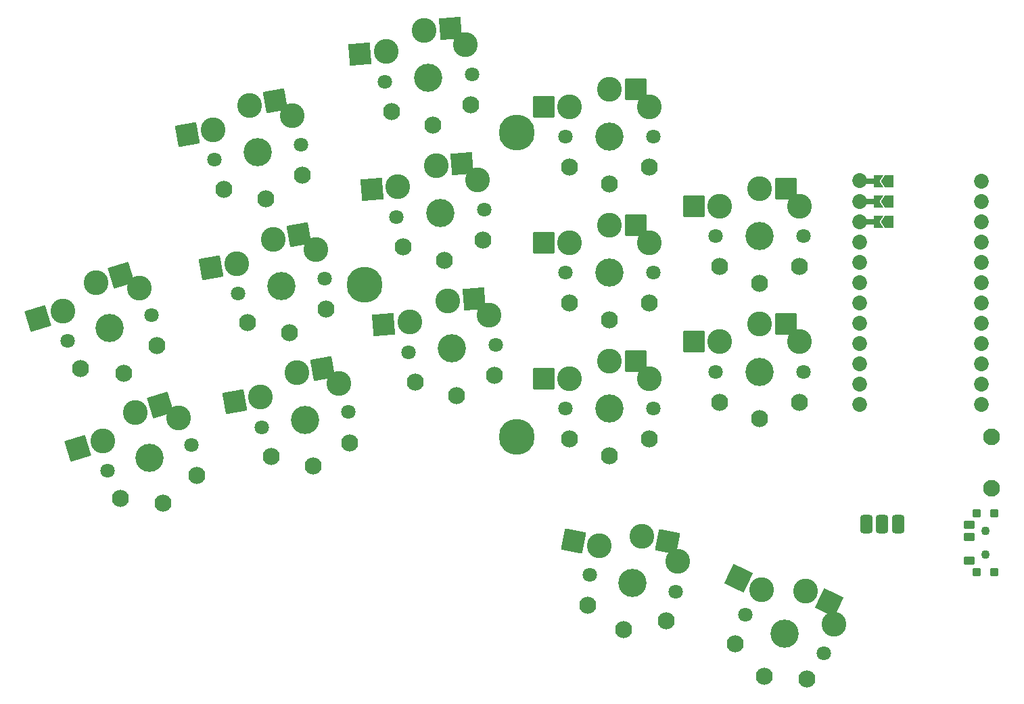
<source format=gts>
%TF.GenerationSoftware,KiCad,Pcbnew,(6.0.4)*%
%TF.CreationDate,2022-05-15T18:09:05+02:00*%
%TF.ProjectId,battoota,62617474-6f6f-4746-912e-6b696361645f,v1.0.0*%
%TF.SameCoordinates,Original*%
%TF.FileFunction,Soldermask,Top*%
%TF.FilePolarity,Negative*%
%FSLAX46Y46*%
G04 Gerber Fmt 4.6, Leading zero omitted, Abs format (unit mm)*
G04 Created by KiCad (PCBNEW (6.0.4)) date 2022-05-15 18:09:05*
%MOMM*%
%LPD*%
G01*
G04 APERTURE LIST*
G04 Aperture macros list*
%AMRoundRect*
0 Rectangle with rounded corners*
0 $1 Rounding radius*
0 $2 $3 $4 $5 $6 $7 $8 $9 X,Y pos of 4 corners*
0 Add a 4 corners polygon primitive as box body*
4,1,4,$2,$3,$4,$5,$6,$7,$8,$9,$2,$3,0*
0 Add four circle primitives for the rounded corners*
1,1,$1+$1,$2,$3*
1,1,$1+$1,$4,$5*
1,1,$1+$1,$6,$7*
1,1,$1+$1,$8,$9*
0 Add four rect primitives between the rounded corners*
20,1,$1+$1,$2,$3,$4,$5,0*
20,1,$1+$1,$4,$5,$6,$7,0*
20,1,$1+$1,$6,$7,$8,$9,0*
20,1,$1+$1,$8,$9,$2,$3,0*%
%AMFreePoly0*
4,1,16,0.535355,0.785355,0.550000,0.750000,0.550000,-0.750000,0.535355,-0.785355,0.500000,-0.800000,-0.650000,-0.800000,-0.685355,-0.785355,-0.700000,-0.750000,-0.691603,-0.722265,-0.210093,0.000000,-0.691603,0.722265,-0.699029,0.759806,-0.677735,0.791603,-0.650000,0.800000,0.500000,0.800000,0.535355,0.785355,0.535355,0.785355,$1*%
%AMFreePoly1*
4,1,16,0.535355,0.785355,0.541603,0.777735,1.041603,0.027735,1.049029,-0.009806,1.041603,-0.027735,0.541603,-0.777735,0.509806,-0.799029,0.500000,-0.800000,-0.500000,-0.800000,-0.535355,-0.785355,-0.550000,-0.750000,-0.550000,0.750000,-0.535355,0.785355,-0.500000,0.800000,0.500000,0.800000,0.535355,0.785355,0.535355,0.785355,$1*%
G04 Aperture macros list end*
%ADD10RoundRect,0.050000X-0.450000X0.450000X-0.450000X-0.450000X0.450000X-0.450000X0.450000X0.450000X0*%
%ADD11RoundRect,0.050000X-0.625000X0.450000X-0.625000X-0.450000X0.625000X-0.450000X0.625000X0.450000X0*%
%ADD12RoundRect,0.425000X-0.375000X-0.750000X0.375000X-0.750000X0.375000X0.750000X-0.375000X0.750000X0*%
%ADD13C,2.100000*%
%ADD14C,3.100000*%
%ADD15C,1.801800*%
%ADD16C,3.529000*%
%ADD17RoundRect,0.050000X-1.054507X-1.505993X1.505993X-1.054507X1.054507X1.505993X-1.505993X1.054507X0*%
%ADD18C,2.132000*%
%ADD19RoundRect,0.050000X-1.181751X-1.408356X1.408356X-1.181751X1.181751X1.408356X-1.408356X1.181751X0*%
%ADD20RoundRect,0.050000X-1.300000X-1.300000X1.300000X-1.300000X1.300000X1.300000X-1.300000X1.300000X0*%
%ADD21RoundRect,0.050000X-1.738315X-0.598550X0.598550X-1.738315X1.738315X0.598550X-0.598550X1.738315X0*%
%ADD22C,1.100000*%
%ADD23RoundRect,0.050000X-0.863113X-1.623279X1.623279X-0.863113X0.863113X1.623279X-1.623279X0.863113X0*%
%ADD24RoundRect,0.050000X-1.524167X-1.028064X1.028064X-1.524167X1.524167X1.028064X-1.028064X1.524167X0*%
%ADD25C,1.852600*%
%ADD26FreePoly0,180.000000*%
%ADD27RoundRect,0.050000X-0.762000X0.250000X-0.762000X-0.250000X0.762000X-0.250000X0.762000X0.250000X0*%
%ADD28FreePoly1,180.000000*%
%ADD29C,4.500000*%
G04 APERTURE END LIST*
D10*
%TO.C,T1*%
X161400140Y52144619D03*
X163600140Y59544619D03*
X163600140Y52144619D03*
X161400140Y59544619D03*
D11*
X160425140Y53594619D03*
X160425140Y56594619D03*
X160425140Y58094619D03*
%TD*%
D12*
%TO.C,PAD1*%
X151545396Y58163682D03*
X149545396Y58163682D03*
X147545396Y58163682D03*
%TD*%
D13*
%TO.C,B1*%
X163203191Y69152519D03*
X163203191Y62652519D03*
%TD*%
D14*
%TO.C,S11*%
X75659968Y109306337D03*
X70353903Y110604673D03*
X70353903Y110604673D03*
D15*
X65970667Y103790002D03*
D14*
X65811891Y107569855D03*
D16*
X71387110Y104745067D03*
D15*
X76803553Y105700132D03*
D17*
X73579149Y111173371D03*
X62586645Y107001157D03*
%TD*%
D15*
%TO.C,S34*%
X142268577Y42037127D03*
D16*
X137325210Y44448168D03*
D15*
X132381843Y46859209D03*
D18*
X131165429Y43224606D03*
X140153370Y38840895D03*
X134738820Y39145283D03*
X134738820Y39145283D03*
%TD*%
D16*
%TO.C,S15*%
X94221643Y97114167D03*
D15*
X99700714Y97593524D03*
D14*
X98875782Y101285676D03*
X93703066Y103041525D03*
X93703066Y103041525D03*
X88913835Y100414118D03*
D15*
X88742572Y96634810D03*
D19*
X96965604Y103326961D03*
X85651298Y100128683D03*
%TD*%
D14*
%TO.C,S21*%
X115411087Y95636017D03*
D15*
X109911087Y89686017D03*
D14*
X115411087Y95636017D03*
X120411087Y93436017D03*
D15*
X120911087Y89686017D03*
D14*
X110411087Y93436017D03*
D16*
X115411087Y89686017D03*
D20*
X118686087Y95636017D03*
X107136087Y93436017D03*
%TD*%
D15*
%TO.C,S8*%
X71874705Y70306538D03*
X82707591Y72216668D03*
D16*
X77291148Y71261603D03*
D18*
X73026972Y66651093D03*
X82875050Y68387574D03*
X78315672Y65451237D03*
X78315672Y65451237D03*
%TD*%
D16*
%TO.C,S14*%
X95703291Y80178857D03*
D15*
X101182362Y80658214D03*
X90224220Y79699500D03*
D18*
X91053509Y75957538D03*
X101015456Y76829096D03*
X96217510Y74301308D03*
X96217510Y74301308D03*
%TD*%
D16*
%TO.C,S20*%
X115411087Y72686017D03*
D15*
X109911087Y72686017D03*
X120911087Y72686017D03*
D18*
X120411087Y68886017D03*
X110411087Y68886017D03*
X115411087Y66786017D03*
X115411087Y66786017D03*
%TD*%
D15*
%TO.C,S28*%
X128718280Y77278852D03*
X139718280Y77278852D03*
D16*
X134218280Y77278852D03*
D18*
X129218280Y73478852D03*
X139218280Y73478852D03*
X134218280Y71378852D03*
X134218280Y71378852D03*
%TD*%
D14*
%TO.C,S29*%
X134218280Y100228852D03*
X134218280Y100228852D03*
D15*
X139718280Y94278852D03*
D16*
X134218280Y94278852D03*
D14*
X139218280Y98028852D03*
X129218280Y98028852D03*
D15*
X128718280Y94278852D03*
D20*
X137493280Y100228852D03*
X125943280Y98028852D03*
%TD*%
D16*
%TO.C,S33*%
X137325210Y44448168D03*
D14*
X139933518Y49795993D03*
X134475132Y50010501D03*
D15*
X132381843Y46859209D03*
D14*
X139933518Y49795993D03*
X143463072Y45626790D03*
D15*
X142268577Y42037127D03*
D21*
X142877069Y48360327D03*
X131531581Y51446167D03*
%TD*%
D14*
%TO.C,S7*%
X71715929Y74086391D03*
X81564006Y75822873D03*
X76257941Y77121209D03*
D15*
X71874705Y70306538D03*
D14*
X76257941Y77121209D03*
D15*
X82707591Y72216668D03*
D16*
X77291148Y71261603D03*
D17*
X79483187Y77689907D03*
X68490683Y73517693D03*
%TD*%
D22*
%TO.C,T2*%
X162500140Y57344619D03*
X162500140Y54344619D03*
%TD*%
D16*
%TO.C,S5*%
X52842259Y82729963D03*
D15*
X58101935Y84338007D03*
D14*
X51102647Y88419976D03*
X51102647Y88419976D03*
D15*
X47582583Y81121919D03*
D14*
X46964341Y84854247D03*
X56527389Y87777964D03*
D23*
X54234545Y89377494D03*
X43832443Y83896730D03*
%TD*%
D14*
%TO.C,S27*%
X129218280Y81028852D03*
D15*
X139718280Y77278852D03*
D16*
X134218280Y77278852D03*
D14*
X139218280Y81028852D03*
X134218280Y83228852D03*
X134218280Y83228852D03*
D15*
X128718280Y77278852D03*
D20*
X137493280Y83228852D03*
X125943280Y81028852D03*
%TD*%
D14*
%TO.C,S9*%
X68763910Y90828123D03*
D16*
X74339129Y88003335D03*
D14*
X73305922Y93862941D03*
X78611987Y92564605D03*
D15*
X68922686Y87048270D03*
D14*
X73305922Y93862941D03*
D15*
X79755572Y88958400D03*
D17*
X76531168Y94431639D03*
X65538664Y90259425D03*
%TD*%
D15*
%TO.C,S16*%
X99700714Y97593524D03*
D16*
X94221643Y97114167D03*
D15*
X88742572Y96634810D03*
D18*
X99533808Y93764406D03*
X89571861Y92892848D03*
X94735862Y91236618D03*
X94735862Y91236618D03*
%TD*%
D15*
%TO.C,S30*%
X139718280Y94278852D03*
X128718280Y94278852D03*
D16*
X134218280Y94278852D03*
D18*
X139218280Y90478852D03*
X129218280Y90478852D03*
X134218280Y88378852D03*
X134218280Y88378852D03*
%TD*%
D15*
%TO.C,S13*%
X90224220Y79699500D03*
X101182362Y80658214D03*
D16*
X95703291Y80178857D03*
D14*
X95184714Y86106215D03*
X100357430Y84350366D03*
X95184714Y86106215D03*
X90395483Y83478808D03*
D19*
X98447252Y86391651D03*
X87132946Y83193373D03*
%TD*%
D15*
%TO.C,S24*%
X109911087Y106686017D03*
X120911087Y106686017D03*
D16*
X115411087Y106686017D03*
D18*
X110411087Y102886017D03*
X120411087Y102886017D03*
X115411087Y100786017D03*
X115411087Y100786017D03*
%TD*%
D15*
%TO.C,S17*%
X87260925Y113570120D03*
D16*
X92739996Y114049477D03*
D15*
X98219067Y114528834D03*
D14*
X87432188Y117349428D03*
X97394135Y118220986D03*
X92221419Y119976835D03*
X92221419Y119976835D03*
D19*
X95483957Y120262271D03*
X84169651Y117063993D03*
%TD*%
D15*
%TO.C,S4*%
X52552902Y64864738D03*
X63072254Y68080826D03*
D16*
X57812578Y66472782D03*
D18*
X54142067Y61376965D03*
X63705114Y64300682D03*
X59537571Y60830584D03*
X59537571Y60830584D03*
%TD*%
D15*
%TO.C,S10*%
X79755572Y88958400D03*
X68922686Y87048270D03*
D16*
X74339129Y88003335D03*
D18*
X70074953Y83392825D03*
X79923031Y85129306D03*
X75363653Y82192969D03*
X75363653Y82192969D03*
%TD*%
D15*
%TO.C,S22*%
X109911087Y89686017D03*
X120911087Y89686017D03*
D16*
X115411087Y89686017D03*
D18*
X110411087Y85886017D03*
X120411087Y85886017D03*
X115411087Y83786017D03*
X115411087Y83786017D03*
%TD*%
D16*
%TO.C,S31*%
X118297141Y50814871D03*
D15*
X112898191Y51864320D03*
D14*
X119432455Y56655553D03*
X123920811Y53541928D03*
X119432455Y56655553D03*
X114104539Y55450018D03*
D15*
X123696091Y49765422D03*
D24*
X122647284Y56030653D03*
X110889710Y56074917D03*
%TD*%
D25*
%TO.C,MCU1*%
X161977213Y98602542D03*
D26*
X148993690Y98602542D03*
X148993690Y101142542D03*
D27*
X148068690Y96062542D03*
D25*
X161977213Y96062542D03*
X146737213Y96062542D03*
D27*
X148068690Y101142542D03*
D26*
X148993690Y96062542D03*
D27*
X148068690Y98602542D03*
D25*
X146737213Y101226288D03*
X161977213Y101142542D03*
X146737213Y98602542D03*
D28*
X150443690Y101142542D03*
X150443690Y98602542D03*
X150443690Y96062542D03*
D25*
X146737213Y93522542D03*
X146737213Y90982542D03*
X146737213Y88442542D03*
X146737213Y85902542D03*
X146737213Y83362542D03*
X146737213Y80822542D03*
X146737213Y78282542D03*
X146737213Y75742542D03*
X146737213Y73202542D03*
X161977213Y93522542D03*
X161977213Y90982542D03*
X161977213Y88442542D03*
X161977213Y85902542D03*
X161977213Y83362542D03*
X161977213Y80822542D03*
X161977213Y78282542D03*
X161977213Y75742542D03*
X161977213Y73202542D03*
%TD*%
D15*
%TO.C,S3*%
X52552902Y64864738D03*
D14*
X51934660Y68597066D03*
D16*
X57812578Y66472782D03*
D14*
X61497708Y71520783D03*
X56072966Y72162795D03*
X56072966Y72162795D03*
D15*
X63072254Y68080826D03*
D23*
X59204864Y73120313D03*
X48802762Y67639549D03*
%TD*%
D15*
%TO.C,S32*%
X123696091Y49765422D03*
D16*
X118297141Y50814871D03*
D15*
X112898191Y51864320D03*
D18*
X122480203Y46130643D03*
X112663931Y48038733D03*
X117171368Y45023271D03*
X117171368Y45023271D03*
%TD*%
D29*
%TO.C,REF\u002A\u002A*%
X84747220Y88141427D03*
X103797220Y69091427D03*
X103797220Y107191427D03*
%TD*%
D16*
%TO.C,S12*%
X71387110Y104745067D03*
D15*
X65970667Y103790002D03*
X76803553Y105700132D03*
D18*
X76971012Y101871038D03*
X67122934Y100134557D03*
X72411634Y98934701D03*
X72411634Y98934701D03*
%TD*%
D16*
%TO.C,S23*%
X115411087Y106686017D03*
D15*
X120911087Y106686017D03*
D14*
X115411087Y112636017D03*
X115411087Y112636017D03*
X110411087Y110436017D03*
X120411087Y110436017D03*
D15*
X109911087Y106686017D03*
D20*
X118686087Y112636017D03*
X107136087Y110436017D03*
%TD*%
D15*
%TO.C,S6*%
X47582583Y81121919D03*
X58101935Y84338007D03*
D16*
X52842259Y82729963D03*
D18*
X49171748Y77634146D03*
X58734795Y80557863D03*
X54567252Y77087765D03*
X54567252Y77087765D03*
%TD*%
D16*
%TO.C,S19*%
X115411087Y72686017D03*
D14*
X115411087Y78636017D03*
X110411087Y76436017D03*
D15*
X120911087Y72686017D03*
X109911087Y72686017D03*
D14*
X120411087Y76436017D03*
X115411087Y78636017D03*
D20*
X118686087Y78636017D03*
X107136087Y76436017D03*
%TD*%
D15*
%TO.C,S18*%
X98219067Y114528834D03*
D16*
X92739996Y114049477D03*
D15*
X87260925Y113570120D03*
D18*
X88090214Y109828158D03*
X98052161Y110699716D03*
X93254215Y108171928D03*
X93254215Y108171928D03*
%TD*%
M02*

</source>
